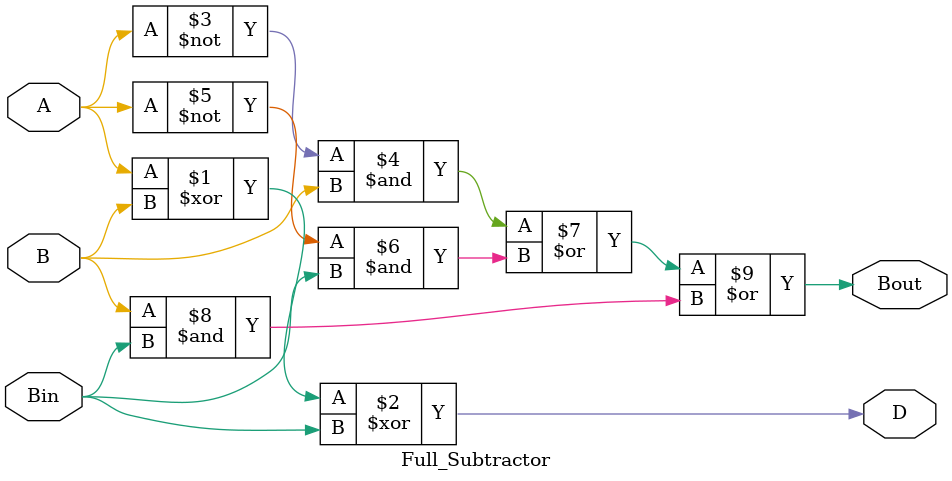
<source format=v>
module Full_Subtractor(
    input  wire A, B, Bin,
    output wire D, Bout
);

    assign D    = A ^ B ^ Bin;
    assign Bout = (~A & B) | (~A & Bin) | (B & Bin);

endmodule

</source>
